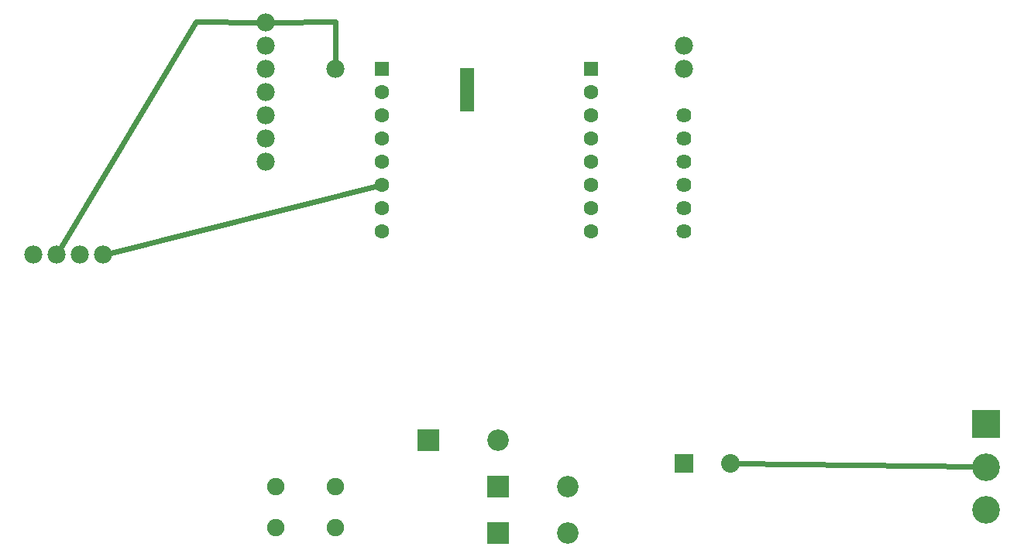
<source format=gbl>
G04 MADE WITH FRITZING*
G04 WWW.FRITZING.ORG*
G04 DOUBLE SIDED*
G04 HOLES PLATED*
G04 CONTOUR ON CENTER OF CONTOUR VECTOR*
%ASAXBY*%
%FSLAX23Y23*%
%MOIN*%
%OFA0B0*%
%SFA1.0B1.0*%
%ADD10C,0.075000*%
%ADD11C,0.092000*%
%ADD12C,0.063018*%
%ADD13C,0.064000*%
%ADD14C,0.080000*%
%ADD15C,0.078000*%
%ADD16C,0.118740*%
%ADD17R,0.092000X0.092000*%
%ADD18R,0.062984X0.062983*%
%ADD19R,0.062511X0.187493*%
%ADD20R,0.080000X0.079986*%
%ADD21R,0.118740X0.118740*%
%ADD22C,0.024000*%
%LNCOPPER0*%
G90*
G70*
G54D10*
X1777Y266D03*
X1521Y266D03*
X1777Y443D03*
X1521Y443D03*
G54D11*
X2477Y243D03*
X2777Y243D03*
X2477Y443D03*
X2777Y443D03*
X2177Y643D03*
X2477Y643D03*
G54D12*
X1977Y2243D03*
X2877Y2243D03*
X1977Y2143D03*
X1977Y2043D03*
X1977Y1943D03*
X1977Y1843D03*
X1977Y1743D03*
X1977Y1643D03*
X1977Y1543D03*
X2877Y2143D03*
X2877Y2043D03*
X2877Y1943D03*
X2877Y1843D03*
X2877Y1743D03*
X2877Y1643D03*
X2877Y1543D03*
X1977Y2243D03*
X2877Y2243D03*
X1977Y2143D03*
X1977Y2043D03*
X1977Y1943D03*
X1977Y1843D03*
X1977Y1743D03*
X1977Y1643D03*
X1977Y1543D03*
X2877Y2143D03*
X2877Y2043D03*
X2877Y1943D03*
X2877Y1843D03*
X2877Y1743D03*
X2877Y1643D03*
X2877Y1543D03*
G54D13*
X3277Y1543D03*
X3277Y1643D03*
X3277Y1743D03*
X3277Y1843D03*
X3277Y1943D03*
X3277Y2043D03*
G54D14*
X3277Y543D03*
X3477Y543D03*
G54D15*
X3277Y2243D03*
X3277Y2343D03*
X1777Y2243D03*
X1477Y1843D03*
X1477Y1943D03*
X1477Y2043D03*
X1477Y2143D03*
X1477Y2243D03*
X1477Y2343D03*
X1477Y2443D03*
X777Y1443D03*
X677Y1443D03*
X577Y1443D03*
X477Y1443D03*
G54D16*
X4577Y528D03*
X4577Y343D03*
X4577Y713D03*
G54D17*
X2477Y243D03*
X2477Y443D03*
X2177Y643D03*
G54D18*
X1977Y2243D03*
X2877Y2243D03*
X1977Y2243D03*
X2877Y2243D03*
G54D19*
X2344Y2152D03*
G54D20*
X3277Y543D03*
G54D21*
X4577Y713D03*
G54D22*
X1961Y1740D02*
X795Y1448D01*
D02*
X4537Y529D02*
X3497Y543D01*
D02*
X1458Y2443D02*
X1175Y2445D01*
D02*
X1175Y2445D02*
X586Y1460D01*
D02*
X1775Y2445D02*
X1496Y2443D01*
D02*
X1776Y2262D02*
X1775Y2445D01*
G04 End of Copper0*
M02*
</source>
